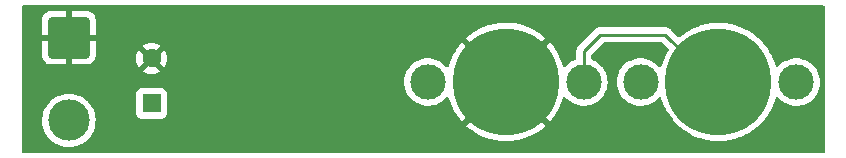
<source format=gbr>
%TF.GenerationSoftware,KiCad,Pcbnew,6.0.8-f2edbf62ab~116~ubuntu22.04.1*%
%TF.CreationDate,2022-10-15T18:03:23-07:00*%
%TF.ProjectId,syringe,73797269-6e67-4652-9e6b-696361645f70,rev?*%
%TF.SameCoordinates,Original*%
%TF.FileFunction,Copper,L2,Bot*%
%TF.FilePolarity,Positive*%
%FSLAX46Y46*%
G04 Gerber Fmt 4.6, Leading zero omitted, Abs format (unit mm)*
G04 Created by KiCad (PCBNEW 6.0.8-f2edbf62ab~116~ubuntu22.04.1) date 2022-10-15 18:03:23*
%MOMM*%
%LPD*%
G01*
G04 APERTURE LIST*
G04 Aperture macros list*
%AMRoundRect*
0 Rectangle with rounded corners*
0 $1 Rounding radius*
0 $2 $3 $4 $5 $6 $7 $8 $9 X,Y pos of 4 corners*
0 Add a 4 corners polygon primitive as box body*
4,1,4,$2,$3,$4,$5,$6,$7,$8,$9,$2,$3,0*
0 Add four circle primitives for the rounded corners*
1,1,$1+$1,$2,$3*
1,1,$1+$1,$4,$5*
1,1,$1+$1,$6,$7*
1,1,$1+$1,$8,$9*
0 Add four rect primitives between the rounded corners*
20,1,$1+$1,$2,$3,$4,$5,0*
20,1,$1+$1,$4,$5,$6,$7,0*
20,1,$1+$1,$6,$7,$8,$9,0*
20,1,$1+$1,$8,$9,$2,$3,0*%
G04 Aperture macros list end*
%TA.AperFunction,ComponentPad*%
%ADD10RoundRect,0.250002X-1.499998X1.499998X-1.499998X-1.499998X1.499998X-1.499998X1.499998X1.499998X0*%
%TD*%
%TA.AperFunction,ComponentPad*%
%ADD11C,3.500000*%
%TD*%
%TA.AperFunction,ComponentPad*%
%ADD12R,1.600000X1.600000*%
%TD*%
%TA.AperFunction,ComponentPad*%
%ADD13C,1.600000*%
%TD*%
%TA.AperFunction,ComponentPad*%
%ADD14C,3.000000*%
%TD*%
%TA.AperFunction,SMDPad,CuDef*%
%ADD15C,9.000000*%
%TD*%
%TA.AperFunction,Conductor*%
%ADD16C,0.250000*%
%TD*%
G04 APERTURE END LIST*
D10*
%TO.P,J1,1,Pin_1*%
%TO.N,GND*%
X103000000Y-103250000D03*
D11*
%TO.P,J1,2,Pin_2*%
%TO.N,Net-(U1-Pad2)*%
X103000000Y-110250000D03*
%TD*%
D12*
%TO.P,C1,1*%
%TO.N,Net-(U1-Pad2)*%
X110000000Y-108802651D03*
D13*
%TO.P,C1,2*%
%TO.N,GND*%
X110000000Y-105002651D03*
%TD*%
D14*
%TO.P,BT2,1,+*%
%TO.N,Net-(BT1-Pad2)*%
X133400000Y-107000000D03*
X146600000Y-107000000D03*
D15*
%TO.P,BT2,2,-*%
%TO.N,GND*%
X140000000Y-107000000D03*
%TD*%
D14*
%TO.P,BT1,1,+*%
%TO.N,VCC*%
X151400000Y-107000000D03*
X164600000Y-107000000D03*
D15*
%TO.P,BT1,2,-*%
%TO.N,Net-(BT1-Pad2)*%
X158000000Y-107000000D03*
%TD*%
D16*
%TO.N,Net-(BT1-Pad2)*%
X146600000Y-107000000D02*
X146600000Y-104400000D01*
X146600000Y-104400000D02*
X148000000Y-103000000D01*
X153500000Y-103000000D02*
X157500000Y-107000000D01*
X148000000Y-103000000D02*
X153500000Y-103000000D01*
%TD*%
%TA.AperFunction,Conductor*%
%TO.N,GND*%
G36*
X166942121Y-100528502D02*
G01*
X166988614Y-100582158D01*
X167000000Y-100634500D01*
X167000000Y-112865500D01*
X166979998Y-112933621D01*
X166926342Y-112980114D01*
X166874000Y-112991500D01*
X99126000Y-112991500D01*
X99057879Y-112971498D01*
X99011386Y-112917842D01*
X99000000Y-112865500D01*
X99000000Y-110250000D01*
X100736654Y-110250000D01*
X100736924Y-110254119D01*
X100753676Y-110509706D01*
X100756017Y-110545426D01*
X100756819Y-110549459D01*
X100756820Y-110549465D01*
X100812970Y-110831747D01*
X100813776Y-110835797D01*
X100908941Y-111116145D01*
X100910765Y-111119843D01*
X101012789Y-111326727D01*
X101039885Y-111381673D01*
X101042179Y-111385106D01*
X101142392Y-111535085D01*
X101204367Y-111627838D01*
X101207081Y-111630932D01*
X101207085Y-111630938D01*
X101379896Y-111827990D01*
X101399573Y-111850427D01*
X101402662Y-111853136D01*
X101619062Y-112042915D01*
X101619068Y-112042919D01*
X101622162Y-112045633D01*
X101625588Y-112047922D01*
X101625593Y-112047926D01*
X101809405Y-112170744D01*
X101868327Y-112210115D01*
X101872026Y-112211939D01*
X101872031Y-112211942D01*
X102008313Y-112279148D01*
X102133855Y-112341059D01*
X102137760Y-112342384D01*
X102137761Y-112342385D01*
X102410290Y-112434896D01*
X102410294Y-112434897D01*
X102414203Y-112436224D01*
X102418247Y-112437028D01*
X102418253Y-112437030D01*
X102700535Y-112493180D01*
X102700541Y-112493181D01*
X102704574Y-112493983D01*
X102708679Y-112494252D01*
X102708686Y-112494253D01*
X102995881Y-112513076D01*
X103000000Y-112513346D01*
X103004119Y-112513076D01*
X103291314Y-112494253D01*
X103291321Y-112494252D01*
X103295426Y-112493983D01*
X103299459Y-112493181D01*
X103299465Y-112493180D01*
X103581747Y-112437030D01*
X103581753Y-112437028D01*
X103585797Y-112436224D01*
X103589706Y-112434897D01*
X103589710Y-112434896D01*
X103862239Y-112342385D01*
X103862240Y-112342384D01*
X103866145Y-112341059D01*
X103991687Y-112279148D01*
X104127969Y-112211942D01*
X104127974Y-112211939D01*
X104131673Y-112210115D01*
X104190595Y-112170744D01*
X104374407Y-112047926D01*
X104374412Y-112047922D01*
X104377838Y-112045633D01*
X104380932Y-112042919D01*
X104380938Y-112042915D01*
X104597338Y-111853136D01*
X104600427Y-111850427D01*
X104620104Y-111827990D01*
X104792915Y-111630938D01*
X104792919Y-111630932D01*
X104795633Y-111627838D01*
X104857609Y-111535085D01*
X104957821Y-111385106D01*
X104960115Y-111381673D01*
X104987212Y-111326727D01*
X105089235Y-111119843D01*
X105091059Y-111116145D01*
X105186224Y-110835797D01*
X105187030Y-110831747D01*
X105209671Y-110717924D01*
X136647616Y-110717924D01*
X136647665Y-110718616D01*
X136653111Y-110726781D01*
X136742226Y-110810027D01*
X136746503Y-110813681D01*
X137093829Y-111084553D01*
X137098386Y-111087792D01*
X137468432Y-111326727D01*
X137473261Y-111329549D01*
X137863048Y-111534626D01*
X137868150Y-111537027D01*
X138274633Y-111706647D01*
X138279888Y-111708570D01*
X138699860Y-111841389D01*
X138705259Y-111842836D01*
X139135375Y-111937796D01*
X139140886Y-111938758D01*
X139577749Y-111995110D01*
X139583312Y-111995577D01*
X140023453Y-112012869D01*
X140029045Y-112012840D01*
X140468965Y-111990940D01*
X140474548Y-111990412D01*
X140910788Y-111929490D01*
X140916275Y-111928473D01*
X141345381Y-111829012D01*
X141350767Y-111827508D01*
X141769333Y-111690296D01*
X141774550Y-111688324D01*
X142179260Y-111514447D01*
X142184303Y-111512009D01*
X142571943Y-111302850D01*
X142576747Y-111299975D01*
X142944239Y-111057198D01*
X142948802Y-111053883D01*
X143293266Y-110779393D01*
X143297481Y-110775716D01*
X143345286Y-110730112D01*
X143353226Y-110716352D01*
X143353176Y-110715307D01*
X143348285Y-110707495D01*
X140012812Y-107372022D01*
X139998868Y-107364408D01*
X139997035Y-107364539D01*
X139990420Y-107368790D01*
X136655230Y-110703980D01*
X136647616Y-110717924D01*
X105209671Y-110717924D01*
X105243180Y-110549465D01*
X105243181Y-110549459D01*
X105243983Y-110545426D01*
X105246325Y-110509706D01*
X105263076Y-110254119D01*
X105263346Y-110250000D01*
X105258462Y-110175485D01*
X105244253Y-109958686D01*
X105244252Y-109958679D01*
X105243983Y-109954574D01*
X105221382Y-109840948D01*
X105187030Y-109668253D01*
X105187028Y-109668247D01*
X105186224Y-109664203D01*
X105182823Y-109654182D01*
X105181670Y-109650785D01*
X108691500Y-109650785D01*
X108698255Y-109712967D01*
X108749385Y-109849356D01*
X108836739Y-109965912D01*
X108953295Y-110053266D01*
X109089684Y-110104396D01*
X109151866Y-110111151D01*
X110848134Y-110111151D01*
X110910316Y-110104396D01*
X111046705Y-110053266D01*
X111163261Y-109965912D01*
X111250615Y-109849356D01*
X111301745Y-109712967D01*
X111308500Y-109650785D01*
X111308500Y-107954517D01*
X111301745Y-107892335D01*
X111250615Y-107755946D01*
X111163261Y-107639390D01*
X111046705Y-107552036D01*
X110910316Y-107500906D01*
X110848134Y-107494151D01*
X109151866Y-107494151D01*
X109089684Y-107500906D01*
X108953295Y-107552036D01*
X108836739Y-107639390D01*
X108749385Y-107755946D01*
X108698255Y-107892335D01*
X108691500Y-107954517D01*
X108691500Y-109650785D01*
X105181670Y-109650785D01*
X105092385Y-109387761D01*
X105092384Y-109387760D01*
X105091059Y-109383855D01*
X104960115Y-109118327D01*
X104875118Y-108991120D01*
X104797926Y-108875593D01*
X104797922Y-108875588D01*
X104795633Y-108872162D01*
X104792919Y-108869068D01*
X104792915Y-108869062D01*
X104603136Y-108652662D01*
X104600427Y-108649573D01*
X104568181Y-108621294D01*
X104380938Y-108457085D01*
X104380932Y-108457081D01*
X104377838Y-108454367D01*
X104374412Y-108452078D01*
X104374407Y-108452074D01*
X104150566Y-108302509D01*
X104131673Y-108289885D01*
X104127974Y-108288061D01*
X104127969Y-108288058D01*
X103941088Y-108195899D01*
X103866145Y-108158941D01*
X103862239Y-108157615D01*
X103589710Y-108065104D01*
X103589706Y-108065103D01*
X103585797Y-108063776D01*
X103581753Y-108062972D01*
X103581747Y-108062970D01*
X103299465Y-108006820D01*
X103299459Y-108006819D01*
X103295426Y-108006017D01*
X103291321Y-108005748D01*
X103291314Y-108005747D01*
X103004119Y-107986924D01*
X103000000Y-107986654D01*
X102995881Y-107986924D01*
X102708686Y-108005747D01*
X102708679Y-108005748D01*
X102704574Y-108006017D01*
X102700541Y-108006819D01*
X102700535Y-108006820D01*
X102418253Y-108062970D01*
X102418247Y-108062972D01*
X102414203Y-108063776D01*
X102410294Y-108065103D01*
X102410290Y-108065104D01*
X102137761Y-108157615D01*
X102133855Y-108158941D01*
X102058912Y-108195899D01*
X101872031Y-108288058D01*
X101872026Y-108288061D01*
X101868327Y-108289885D01*
X101849434Y-108302509D01*
X101625593Y-108452074D01*
X101625588Y-108452078D01*
X101622162Y-108454367D01*
X101619068Y-108457081D01*
X101619062Y-108457085D01*
X101431819Y-108621294D01*
X101399573Y-108649573D01*
X101396864Y-108652662D01*
X101207085Y-108869062D01*
X101207081Y-108869068D01*
X101204367Y-108872162D01*
X101202078Y-108875588D01*
X101202074Y-108875593D01*
X101124882Y-108991120D01*
X101039885Y-109118327D01*
X100908941Y-109383855D01*
X100907616Y-109387760D01*
X100907615Y-109387761D01*
X100817178Y-109654182D01*
X100813776Y-109664203D01*
X100812972Y-109668247D01*
X100812970Y-109668253D01*
X100778619Y-109840948D01*
X100756017Y-109954574D01*
X100755748Y-109958679D01*
X100755747Y-109958686D01*
X100741538Y-110175485D01*
X100736654Y-110250000D01*
X99000000Y-110250000D01*
X99000000Y-106978918D01*
X131386917Y-106978918D01*
X131402682Y-107252320D01*
X131403507Y-107256525D01*
X131403508Y-107256533D01*
X131424698Y-107364539D01*
X131455405Y-107521053D01*
X131456792Y-107525103D01*
X131456793Y-107525108D01*
X131535827Y-107755946D01*
X131544112Y-107780144D01*
X131546039Y-107783975D01*
X131658118Y-108006820D01*
X131667160Y-108024799D01*
X131669586Y-108028328D01*
X131669589Y-108028334D01*
X131760607Y-108160765D01*
X131822274Y-108250490D01*
X131825161Y-108253663D01*
X131825162Y-108253664D01*
X131855384Y-108286878D01*
X132006582Y-108453043D01*
X132216675Y-108628707D01*
X132220316Y-108630991D01*
X132445024Y-108771951D01*
X132445028Y-108771953D01*
X132448664Y-108774234D01*
X132516544Y-108804883D01*
X132694345Y-108885164D01*
X132694349Y-108885166D01*
X132698257Y-108886930D01*
X132702377Y-108888150D01*
X132702376Y-108888150D01*
X132956723Y-108963491D01*
X132956727Y-108963492D01*
X132960836Y-108964709D01*
X132965070Y-108965357D01*
X132965075Y-108965358D01*
X133227298Y-109005483D01*
X133227300Y-109005483D01*
X133231540Y-109006132D01*
X133370912Y-109008322D01*
X133501071Y-109010367D01*
X133501077Y-109010367D01*
X133505362Y-109010434D01*
X133777235Y-108977534D01*
X134042127Y-108908041D01*
X134046087Y-108906401D01*
X134046092Y-108906399D01*
X134168632Y-108855641D01*
X134295136Y-108803241D01*
X134531582Y-108665073D01*
X134747089Y-108496094D01*
X134784892Y-108457085D01*
X134934686Y-108302509D01*
X134937669Y-108299431D01*
X134940205Y-108295979D01*
X134940209Y-108295974D01*
X134947259Y-108286376D01*
X135003707Y-108243316D01*
X135074474Y-108237610D01*
X135137092Y-108271069D01*
X135169711Y-108325498D01*
X135256437Y-108621118D01*
X135258250Y-108626413D01*
X135419326Y-109036377D01*
X135421608Y-109041501D01*
X135618485Y-109435516D01*
X135621209Y-109440409D01*
X135852333Y-109815363D01*
X135855484Y-109819999D01*
X136119031Y-110172931D01*
X136122564Y-110177248D01*
X136271583Y-110343625D01*
X136285079Y-110351989D01*
X136294491Y-110346299D01*
X139627978Y-107012812D01*
X139634356Y-107001132D01*
X140364408Y-107001132D01*
X140364539Y-107002965D01*
X140368790Y-107009580D01*
X143703870Y-110344660D01*
X143717631Y-110352174D01*
X143726992Y-110345716D01*
X143910483Y-110136482D01*
X143913988Y-110132109D01*
X144173825Y-109776435D01*
X144176920Y-109771777D01*
X144404101Y-109394431D01*
X144406782Y-109389492D01*
X144599515Y-108993455D01*
X144601750Y-108988289D01*
X144758519Y-108576675D01*
X144760275Y-108571363D01*
X144829713Y-108325157D01*
X144867455Y-108265024D01*
X144931716Y-108234841D01*
X145002094Y-108244191D01*
X145044176Y-108274560D01*
X145206582Y-108453043D01*
X145416675Y-108628707D01*
X145420316Y-108630991D01*
X145645024Y-108771951D01*
X145645028Y-108771953D01*
X145648664Y-108774234D01*
X145716544Y-108804883D01*
X145894345Y-108885164D01*
X145894349Y-108885166D01*
X145898257Y-108886930D01*
X145902377Y-108888150D01*
X145902376Y-108888150D01*
X146156723Y-108963491D01*
X146156727Y-108963492D01*
X146160836Y-108964709D01*
X146165070Y-108965357D01*
X146165075Y-108965358D01*
X146427298Y-109005483D01*
X146427300Y-109005483D01*
X146431540Y-109006132D01*
X146570912Y-109008322D01*
X146701071Y-109010367D01*
X146701077Y-109010367D01*
X146705362Y-109010434D01*
X146977235Y-108977534D01*
X147242127Y-108908041D01*
X147246087Y-108906401D01*
X147246092Y-108906399D01*
X147368632Y-108855641D01*
X147495136Y-108803241D01*
X147731582Y-108665073D01*
X147947089Y-108496094D01*
X147984892Y-108457085D01*
X148134686Y-108302509D01*
X148137669Y-108299431D01*
X148140203Y-108295981D01*
X148140206Y-108295978D01*
X148297257Y-108082178D01*
X148299795Y-108078723D01*
X148327154Y-108028334D01*
X148428418Y-107841830D01*
X148428419Y-107841828D01*
X148430468Y-107838054D01*
X148527269Y-107581877D01*
X148588407Y-107314933D01*
X148612751Y-107042161D01*
X148613193Y-107000000D01*
X148594567Y-106726778D01*
X148539032Y-106458612D01*
X148447617Y-106200465D01*
X148322013Y-105957112D01*
X148312040Y-105942921D01*
X148179958Y-105754988D01*
X148164545Y-105733057D01*
X147995298Y-105550925D01*
X147981046Y-105535588D01*
X147981043Y-105535585D01*
X147978125Y-105532445D01*
X147974810Y-105529731D01*
X147974806Y-105529728D01*
X147769523Y-105361706D01*
X147766205Y-105358990D01*
X147532704Y-105215901D01*
X147528768Y-105214173D01*
X147308854Y-105117637D01*
X147254519Y-105071941D01*
X147233500Y-105002264D01*
X147233500Y-104714594D01*
X147253502Y-104646473D01*
X147270401Y-104625503D01*
X148225502Y-103670403D01*
X148287812Y-103636379D01*
X148314595Y-103633500D01*
X153185406Y-103633500D01*
X153253527Y-103653502D01*
X153274501Y-103670405D01*
X153755036Y-104150940D01*
X153789062Y-104213252D01*
X153783997Y-104284067D01*
X153769594Y-104311674D01*
X153752914Y-104335808D01*
X153532896Y-104723897D01*
X153531737Y-104726446D01*
X153531735Y-104726450D01*
X153349405Y-105127462D01*
X153349400Y-105127473D01*
X153348248Y-105130008D01*
X153347326Y-105132634D01*
X153347321Y-105132646D01*
X153266882Y-105361706D01*
X153200433Y-105550925D01*
X153199742Y-105553645D01*
X153199741Y-105553649D01*
X153170420Y-105669102D01*
X153134265Y-105730203D01*
X153070816Y-105762058D01*
X153000218Y-105754553D01*
X152955997Y-105723858D01*
X152781046Y-105535588D01*
X152781043Y-105535585D01*
X152778125Y-105532445D01*
X152774810Y-105529731D01*
X152774806Y-105529728D01*
X152569523Y-105361706D01*
X152566205Y-105358990D01*
X152332704Y-105215901D01*
X152328768Y-105214173D01*
X152085873Y-105107549D01*
X152085869Y-105107548D01*
X152081945Y-105105825D01*
X151818566Y-105030800D01*
X151814324Y-105030196D01*
X151814318Y-105030195D01*
X151582314Y-104997176D01*
X151547443Y-104992213D01*
X151403589Y-104991460D01*
X151277877Y-104990802D01*
X151277871Y-104990802D01*
X151273591Y-104990780D01*
X151269347Y-104991339D01*
X151269343Y-104991339D01*
X151192019Y-105001519D01*
X151002078Y-105026525D01*
X150997938Y-105027658D01*
X150997936Y-105027658D01*
X150925008Y-105047609D01*
X150737928Y-105098788D01*
X150733980Y-105100472D01*
X150489982Y-105204546D01*
X150489978Y-105204548D01*
X150486030Y-105206232D01*
X150436353Y-105235963D01*
X150254725Y-105344664D01*
X150254721Y-105344667D01*
X150251043Y-105346868D01*
X150037318Y-105518094D01*
X149848808Y-105716742D01*
X149689002Y-105939136D01*
X149560857Y-106181161D01*
X149559385Y-106185184D01*
X149559383Y-106185188D01*
X149552314Y-106204506D01*
X149466743Y-106438337D01*
X149408404Y-106705907D01*
X149386917Y-106978918D01*
X149402682Y-107252320D01*
X149403507Y-107256525D01*
X149403508Y-107256533D01*
X149424698Y-107364539D01*
X149455405Y-107521053D01*
X149456792Y-107525103D01*
X149456793Y-107525108D01*
X149535827Y-107755946D01*
X149544112Y-107780144D01*
X149546039Y-107783975D01*
X149658118Y-108006820D01*
X149667160Y-108024799D01*
X149669586Y-108028328D01*
X149669589Y-108028334D01*
X149760607Y-108160765D01*
X149822274Y-108250490D01*
X149825161Y-108253663D01*
X149825162Y-108253664D01*
X149855384Y-108286878D01*
X150006582Y-108453043D01*
X150216675Y-108628707D01*
X150220316Y-108630991D01*
X150445024Y-108771951D01*
X150445028Y-108771953D01*
X150448664Y-108774234D01*
X150516544Y-108804883D01*
X150694345Y-108885164D01*
X150694349Y-108885166D01*
X150698257Y-108886930D01*
X150702377Y-108888150D01*
X150702376Y-108888150D01*
X150956723Y-108963491D01*
X150956727Y-108963492D01*
X150960836Y-108964709D01*
X150965070Y-108965357D01*
X150965075Y-108965358D01*
X151227298Y-109005483D01*
X151227300Y-109005483D01*
X151231540Y-109006132D01*
X151370912Y-109008322D01*
X151501071Y-109010367D01*
X151501077Y-109010367D01*
X151505362Y-109010434D01*
X151777235Y-108977534D01*
X152042127Y-108908041D01*
X152046087Y-108906401D01*
X152046092Y-108906399D01*
X152168632Y-108855641D01*
X152295136Y-108803241D01*
X152531582Y-108665073D01*
X152747089Y-108496094D01*
X152784892Y-108457085D01*
X152934686Y-108302509D01*
X152937669Y-108299431D01*
X152946890Y-108286878D01*
X153003340Y-108243821D01*
X153074107Y-108238117D01*
X153136724Y-108271578D01*
X153169341Y-108326005D01*
X153255918Y-108621118D01*
X153256756Y-108623976D01*
X153257776Y-108626572D01*
X153257777Y-108626575D01*
X153408570Y-109010367D01*
X153419896Y-109039194D01*
X153519799Y-109239132D01*
X153590266Y-109380157D01*
X153619301Y-109438266D01*
X153853392Y-109818032D01*
X154120315Y-110175485D01*
X154122176Y-110177563D01*
X154122177Y-110177564D01*
X154278571Y-110352174D01*
X154417957Y-110507796D01*
X154419994Y-110509699D01*
X154420001Y-110509706D01*
X154462563Y-110549465D01*
X154743961Y-110812332D01*
X155095746Y-111086682D01*
X155256588Y-111190536D01*
X155468183Y-111327162D01*
X155468191Y-111327167D01*
X155470527Y-111328675D01*
X155865335Y-111536394D01*
X155867928Y-111537476D01*
X156274462Y-111707116D01*
X156274467Y-111707118D01*
X156277046Y-111708194D01*
X156279711Y-111709037D01*
X156279717Y-111709039D01*
X156511317Y-111782284D01*
X156702398Y-111842715D01*
X156705128Y-111843318D01*
X156705129Y-111843318D01*
X157097664Y-111929982D01*
X157138025Y-111938893D01*
X157140799Y-111939251D01*
X157140800Y-111939251D01*
X157577707Y-111995608D01*
X157577714Y-111995609D01*
X157580477Y-111995965D01*
X157583264Y-111996075D01*
X157583270Y-111996075D01*
X157841519Y-112006221D01*
X158026251Y-112013479D01*
X158029043Y-112013340D01*
X158029048Y-112013340D01*
X158469013Y-111991438D01*
X158469022Y-111991437D01*
X158471817Y-111991298D01*
X158474594Y-111990910D01*
X158474596Y-111990910D01*
X158552542Y-111980025D01*
X158913647Y-111929596D01*
X158916357Y-111928968D01*
X158916367Y-111928966D01*
X159345515Y-111829494D01*
X159348242Y-111828862D01*
X159570990Y-111755842D01*
X159769510Y-111690764D01*
X159769516Y-111690762D01*
X159772163Y-111689894D01*
X160132489Y-111535085D01*
X160179478Y-111514897D01*
X160179480Y-111514896D01*
X160182052Y-111513791D01*
X160574664Y-111301950D01*
X160946890Y-111056046D01*
X161295782Y-110778026D01*
X161618580Y-110470093D01*
X161833168Y-110225402D01*
X161910874Y-110136795D01*
X161910877Y-110136791D01*
X161912725Y-110134684D01*
X161914607Y-110132109D01*
X162174242Y-109776712D01*
X162175891Y-109774455D01*
X162177337Y-109772054D01*
X162404541Y-109394669D01*
X162404546Y-109394660D01*
X162405992Y-109392258D01*
X162591808Y-109010434D01*
X162599974Y-108993654D01*
X162599975Y-108993651D01*
X162601207Y-108991120D01*
X162730113Y-108652662D01*
X162758994Y-108576832D01*
X162758996Y-108576825D01*
X162759990Y-108574216D01*
X162830110Y-108325592D01*
X162867850Y-108265460D01*
X162932112Y-108235277D01*
X163002490Y-108244627D01*
X163044572Y-108274996D01*
X163090612Y-108325593D01*
X163206582Y-108453043D01*
X163416675Y-108628707D01*
X163420316Y-108630991D01*
X163645024Y-108771951D01*
X163645028Y-108771953D01*
X163648664Y-108774234D01*
X163716544Y-108804883D01*
X163894345Y-108885164D01*
X163894349Y-108885166D01*
X163898257Y-108886930D01*
X163902377Y-108888150D01*
X163902376Y-108888150D01*
X164156723Y-108963491D01*
X164156727Y-108963492D01*
X164160836Y-108964709D01*
X164165070Y-108965357D01*
X164165075Y-108965358D01*
X164427298Y-109005483D01*
X164427300Y-109005483D01*
X164431540Y-109006132D01*
X164570912Y-109008322D01*
X164701071Y-109010367D01*
X164701077Y-109010367D01*
X164705362Y-109010434D01*
X164977235Y-108977534D01*
X165242127Y-108908041D01*
X165246087Y-108906401D01*
X165246092Y-108906399D01*
X165368632Y-108855641D01*
X165495136Y-108803241D01*
X165731582Y-108665073D01*
X165947089Y-108496094D01*
X165984892Y-108457085D01*
X166134686Y-108302509D01*
X166137669Y-108299431D01*
X166140203Y-108295981D01*
X166140206Y-108295978D01*
X166297257Y-108082178D01*
X166299795Y-108078723D01*
X166327154Y-108028334D01*
X166428418Y-107841830D01*
X166428419Y-107841828D01*
X166430468Y-107838054D01*
X166527269Y-107581877D01*
X166588407Y-107314933D01*
X166612751Y-107042161D01*
X166613193Y-107000000D01*
X166594567Y-106726778D01*
X166539032Y-106458612D01*
X166447617Y-106200465D01*
X166322013Y-105957112D01*
X166312040Y-105942921D01*
X166179958Y-105754988D01*
X166164545Y-105733057D01*
X165995298Y-105550925D01*
X165981046Y-105535588D01*
X165981043Y-105535585D01*
X165978125Y-105532445D01*
X165974810Y-105529731D01*
X165974806Y-105529728D01*
X165769523Y-105361706D01*
X165766205Y-105358990D01*
X165532704Y-105215901D01*
X165528768Y-105214173D01*
X165285873Y-105107549D01*
X165285869Y-105107548D01*
X165281945Y-105105825D01*
X165018566Y-105030800D01*
X165014324Y-105030196D01*
X165014318Y-105030195D01*
X164782314Y-104997176D01*
X164747443Y-104992213D01*
X164603589Y-104991460D01*
X164477877Y-104990802D01*
X164477871Y-104990802D01*
X164473591Y-104990780D01*
X164469347Y-104991339D01*
X164469343Y-104991339D01*
X164392019Y-105001519D01*
X164202078Y-105026525D01*
X164197938Y-105027658D01*
X164197936Y-105027658D01*
X164125008Y-105047609D01*
X163937928Y-105098788D01*
X163933980Y-105100472D01*
X163689982Y-105204546D01*
X163689978Y-105204548D01*
X163686030Y-105206232D01*
X163636353Y-105235963D01*
X163454725Y-105344664D01*
X163454721Y-105344667D01*
X163451043Y-105346868D01*
X163237318Y-105518094D01*
X163048808Y-105716742D01*
X163048249Y-105716211D01*
X162992531Y-105753838D01*
X162921553Y-105755454D01*
X162860968Y-105718440D01*
X162834355Y-105672403D01*
X162833433Y-105669538D01*
X162699108Y-105252417D01*
X162687571Y-105225170D01*
X162526245Y-104844186D01*
X162526245Y-104844185D01*
X162525155Y-104841612D01*
X162504908Y-104803612D01*
X162316679Y-104450351D01*
X162315371Y-104447896D01*
X162252176Y-104351140D01*
X162072944Y-104076721D01*
X162072941Y-104076717D01*
X162071420Y-104074388D01*
X162046230Y-104042434D01*
X161796960Y-103726237D01*
X161796958Y-103726235D01*
X161795231Y-103724044D01*
X161488992Y-103399639D01*
X161356829Y-103282505D01*
X161157234Y-103105607D01*
X161157227Y-103105602D01*
X161155128Y-103103741D01*
X160796282Y-102838694D01*
X160595449Y-102716345D01*
X160417684Y-102608049D01*
X160417677Y-102608045D01*
X160415295Y-102606594D01*
X160404970Y-102601502D01*
X160176514Y-102488841D01*
X160015184Y-102409282D01*
X159599118Y-102248318D01*
X159596414Y-102247540D01*
X159173071Y-102125748D01*
X159173065Y-102125746D01*
X159170390Y-102124977D01*
X159167653Y-102124448D01*
X159167647Y-102124446D01*
X159016581Y-102095219D01*
X158732394Y-102040236D01*
X158729617Y-102039951D01*
X158729607Y-102039950D01*
X158454789Y-102011793D01*
X158288600Y-101994765D01*
X158285810Y-101994728D01*
X158285802Y-101994728D01*
X158007276Y-101991083D01*
X157842521Y-101988926D01*
X157839721Y-101989139D01*
X157839720Y-101989139D01*
X157400475Y-102022551D01*
X157397688Y-102022763D01*
X156957625Y-102096010D01*
X156953021Y-102097205D01*
X156528533Y-102207380D01*
X156528522Y-102207383D01*
X156525815Y-102208086D01*
X156257441Y-102303913D01*
X156108320Y-102357159D01*
X156108315Y-102357161D01*
X156105677Y-102358103D01*
X156103137Y-102359274D01*
X156103132Y-102359276D01*
X155995854Y-102408732D01*
X155700538Y-102544875D01*
X155698115Y-102546265D01*
X155698112Y-102546267D01*
X155515059Y-102651315D01*
X155313607Y-102766921D01*
X155311315Y-102768523D01*
X155311307Y-102768528D01*
X154992243Y-102991525D01*
X154947945Y-103022485D01*
X154748692Y-103189975D01*
X154683678Y-103218495D01*
X154613563Y-103207339D01*
X154578523Y-103182618D01*
X154003652Y-102607747D01*
X153996112Y-102599461D01*
X153992000Y-102592982D01*
X153942348Y-102546356D01*
X153939507Y-102543602D01*
X153919770Y-102523865D01*
X153916573Y-102521385D01*
X153907551Y-102513680D01*
X153894122Y-102501069D01*
X153875321Y-102483414D01*
X153868375Y-102479595D01*
X153868372Y-102479593D01*
X153857566Y-102473652D01*
X153841047Y-102462801D01*
X153840583Y-102462441D01*
X153825041Y-102450386D01*
X153817772Y-102447241D01*
X153817768Y-102447238D01*
X153784463Y-102432826D01*
X153773813Y-102427609D01*
X153735060Y-102406305D01*
X153715437Y-102401267D01*
X153696734Y-102394863D01*
X153685420Y-102389967D01*
X153685419Y-102389967D01*
X153678145Y-102386819D01*
X153670322Y-102385580D01*
X153670312Y-102385577D01*
X153634476Y-102379901D01*
X153622856Y-102377495D01*
X153587711Y-102368472D01*
X153587710Y-102368472D01*
X153580030Y-102366500D01*
X153559776Y-102366500D01*
X153540065Y-102364949D01*
X153527886Y-102363020D01*
X153520057Y-102361780D01*
X153490786Y-102364547D01*
X153476039Y-102365941D01*
X153464181Y-102366500D01*
X148078767Y-102366500D01*
X148067584Y-102365973D01*
X148060091Y-102364298D01*
X148052165Y-102364547D01*
X148052164Y-102364547D01*
X147992014Y-102366438D01*
X147988055Y-102366500D01*
X147960144Y-102366500D01*
X147956210Y-102366997D01*
X147956209Y-102366997D01*
X147956144Y-102367005D01*
X147944307Y-102367938D01*
X147912049Y-102368952D01*
X147908030Y-102369078D01*
X147900111Y-102369327D01*
X147880657Y-102374979D01*
X147861300Y-102378987D01*
X147849070Y-102380532D01*
X147849069Y-102380532D01*
X147841203Y-102381526D01*
X147833832Y-102384445D01*
X147833830Y-102384445D01*
X147800088Y-102397804D01*
X147788858Y-102401649D01*
X147754017Y-102411771D01*
X147754016Y-102411771D01*
X147746407Y-102413982D01*
X147739588Y-102418015D01*
X147739583Y-102418017D01*
X147728972Y-102424293D01*
X147711224Y-102432988D01*
X147692383Y-102440448D01*
X147685967Y-102445110D01*
X147685966Y-102445110D01*
X147656613Y-102466436D01*
X147646693Y-102472952D01*
X147615465Y-102491420D01*
X147615462Y-102491422D01*
X147608638Y-102495458D01*
X147594317Y-102509779D01*
X147579284Y-102522619D01*
X147562893Y-102534528D01*
X147534702Y-102568605D01*
X147526712Y-102577384D01*
X146207747Y-103896348D01*
X146199461Y-103903888D01*
X146192982Y-103908000D01*
X146187557Y-103913777D01*
X146146357Y-103957651D01*
X146143602Y-103960493D01*
X146123865Y-103980230D01*
X146121385Y-103983427D01*
X146113682Y-103992447D01*
X146083414Y-104024679D01*
X146079595Y-104031625D01*
X146079593Y-104031628D01*
X146073652Y-104042434D01*
X146062801Y-104058953D01*
X146050386Y-104074959D01*
X146047241Y-104082228D01*
X146047238Y-104082232D01*
X146032826Y-104115537D01*
X146027609Y-104126187D01*
X146006305Y-104164940D01*
X146004334Y-104172615D01*
X146004334Y-104172616D01*
X146001267Y-104184562D01*
X145994863Y-104203266D01*
X145986819Y-104221855D01*
X145985580Y-104229678D01*
X145985577Y-104229688D01*
X145979901Y-104265524D01*
X145977495Y-104277144D01*
X145968630Y-104311674D01*
X145966500Y-104319970D01*
X145966500Y-104340224D01*
X145964949Y-104359934D01*
X145961780Y-104379943D01*
X145962526Y-104387835D01*
X145965941Y-104423961D01*
X145966500Y-104435819D01*
X145966500Y-105003362D01*
X145946498Y-105071483D01*
X145889935Y-105119259D01*
X145858132Y-105132824D01*
X145689982Y-105204546D01*
X145689978Y-105204548D01*
X145686030Y-105206232D01*
X145636353Y-105235963D01*
X145454725Y-105344664D01*
X145454721Y-105344667D01*
X145451043Y-105346868D01*
X145237318Y-105518094D01*
X145048808Y-105716742D01*
X145048371Y-105716327D01*
X144992159Y-105754292D01*
X144921181Y-105755911D01*
X144860595Y-105718900D01*
X144833978Y-105672859D01*
X144699499Y-105255261D01*
X144697544Y-105250003D01*
X144525801Y-104844419D01*
X144523382Y-104839348D01*
X144316253Y-104450614D01*
X144313418Y-104445819D01*
X144072538Y-104077013D01*
X144069287Y-104072489D01*
X143796582Y-103726564D01*
X143792934Y-103722338D01*
X143729587Y-103655233D01*
X143715871Y-103647222D01*
X143715000Y-103647259D01*
X143706923Y-103652287D01*
X140372022Y-106987188D01*
X140364408Y-107001132D01*
X139634356Y-107001132D01*
X139635592Y-106998868D01*
X139635461Y-106997035D01*
X139631210Y-106990420D01*
X136293542Y-103652752D01*
X136280234Y-103645485D01*
X136270195Y-103652607D01*
X136008756Y-103966953D01*
X136005361Y-103971425D01*
X135754932Y-104333765D01*
X135751953Y-104338515D01*
X135534719Y-104721695D01*
X135532188Y-104726662D01*
X135349866Y-105127656D01*
X135347788Y-105132824D01*
X135201840Y-105548426D01*
X135200221Y-105553790D01*
X135170824Y-105669538D01*
X135134669Y-105730639D01*
X135071220Y-105762493D01*
X135000621Y-105754988D01*
X134956401Y-105724293D01*
X134781046Y-105535588D01*
X134781043Y-105535585D01*
X134778125Y-105532445D01*
X134774810Y-105529731D01*
X134774806Y-105529728D01*
X134569523Y-105361706D01*
X134566205Y-105358990D01*
X134332704Y-105215901D01*
X134328768Y-105214173D01*
X134085873Y-105107549D01*
X134085869Y-105107548D01*
X134081945Y-105105825D01*
X133818566Y-105030800D01*
X133814324Y-105030196D01*
X133814318Y-105030195D01*
X133582314Y-104997176D01*
X133547443Y-104992213D01*
X133403589Y-104991460D01*
X133277877Y-104990802D01*
X133277871Y-104990802D01*
X133273591Y-104990780D01*
X133269347Y-104991339D01*
X133269343Y-104991339D01*
X133192019Y-105001519D01*
X133002078Y-105026525D01*
X132997938Y-105027658D01*
X132997936Y-105027658D01*
X132925008Y-105047609D01*
X132737928Y-105098788D01*
X132733980Y-105100472D01*
X132489982Y-105204546D01*
X132489978Y-105204548D01*
X132486030Y-105206232D01*
X132436353Y-105235963D01*
X132254725Y-105344664D01*
X132254721Y-105344667D01*
X132251043Y-105346868D01*
X132037318Y-105518094D01*
X131848808Y-105716742D01*
X131689002Y-105939136D01*
X131560857Y-106181161D01*
X131559385Y-106185184D01*
X131559383Y-106185188D01*
X131552314Y-106204506D01*
X131466743Y-106438337D01*
X131408404Y-106705907D01*
X131386917Y-106978918D01*
X99000000Y-106978918D01*
X99000000Y-106088713D01*
X109278493Y-106088713D01*
X109287789Y-106100728D01*
X109338994Y-106136582D01*
X109348489Y-106142065D01*
X109545947Y-106234141D01*
X109556239Y-106237887D01*
X109766688Y-106294276D01*
X109777481Y-106296179D01*
X109994525Y-106315168D01*
X110005475Y-106315168D01*
X110222519Y-106296179D01*
X110233312Y-106294276D01*
X110443761Y-106237887D01*
X110454053Y-106234141D01*
X110651511Y-106142065D01*
X110661006Y-106136582D01*
X110713048Y-106100142D01*
X110721424Y-106089663D01*
X110714356Y-106076217D01*
X110012812Y-105374673D01*
X109998868Y-105367059D01*
X109997035Y-105367190D01*
X109990420Y-105371441D01*
X109284923Y-106076938D01*
X109278493Y-106088713D01*
X99000000Y-106088713D01*
X99000000Y-104797093D01*
X100742001Y-104797093D01*
X100742338Y-104803612D01*
X100752257Y-104899205D01*
X100755149Y-104912599D01*
X100806588Y-105066783D01*
X100812761Y-105079961D01*
X100898063Y-105217806D01*
X100907099Y-105229207D01*
X101021830Y-105343739D01*
X101033241Y-105352751D01*
X101171244Y-105437816D01*
X101184425Y-105443963D01*
X101338711Y-105495138D01*
X101352087Y-105498005D01*
X101446440Y-105507672D01*
X101452856Y-105508000D01*
X102727885Y-105508000D01*
X102743124Y-105503525D01*
X102744329Y-105502135D01*
X102746000Y-105494452D01*
X102746000Y-105489884D01*
X103254000Y-105489884D01*
X103258475Y-105505123D01*
X103259865Y-105506328D01*
X103267548Y-105507999D01*
X104547093Y-105507999D01*
X104553612Y-105507662D01*
X104649205Y-105497743D01*
X104662599Y-105494851D01*
X104816783Y-105443412D01*
X104829961Y-105437239D01*
X104967806Y-105351937D01*
X104979207Y-105342901D01*
X105093739Y-105228170D01*
X105102751Y-105216759D01*
X105187816Y-105078756D01*
X105193963Y-105065575D01*
X105213018Y-105008126D01*
X108687483Y-105008126D01*
X108706472Y-105225170D01*
X108708375Y-105235963D01*
X108764764Y-105446412D01*
X108768510Y-105456704D01*
X108860586Y-105654162D01*
X108866069Y-105663657D01*
X108902509Y-105715699D01*
X108912988Y-105724075D01*
X108926434Y-105717007D01*
X109627978Y-105015463D01*
X109634356Y-105003783D01*
X110364408Y-105003783D01*
X110364539Y-105005616D01*
X110368790Y-105012231D01*
X111074287Y-105717728D01*
X111086062Y-105724158D01*
X111098077Y-105714862D01*
X111133931Y-105663657D01*
X111139414Y-105654162D01*
X111231490Y-105456704D01*
X111235236Y-105446412D01*
X111291625Y-105235963D01*
X111293528Y-105225170D01*
X111312517Y-105008126D01*
X111312517Y-104997176D01*
X111293528Y-104780132D01*
X111291625Y-104769339D01*
X111235236Y-104558890D01*
X111231490Y-104548598D01*
X111139414Y-104351140D01*
X111133931Y-104341645D01*
X111097491Y-104289603D01*
X111087012Y-104281227D01*
X111073566Y-104288295D01*
X110372022Y-104989839D01*
X110364408Y-105003783D01*
X109634356Y-105003783D01*
X109635592Y-105001519D01*
X109635461Y-104999686D01*
X109631210Y-104993071D01*
X108925713Y-104287574D01*
X108913938Y-104281144D01*
X108901923Y-104290440D01*
X108866069Y-104341645D01*
X108860586Y-104351140D01*
X108768510Y-104548598D01*
X108764764Y-104558890D01*
X108708375Y-104769339D01*
X108706472Y-104780132D01*
X108687483Y-104997176D01*
X108687483Y-105008126D01*
X105213018Y-105008126D01*
X105245138Y-104911289D01*
X105248005Y-104897913D01*
X105257672Y-104803560D01*
X105258000Y-104797143D01*
X105258000Y-103915639D01*
X109278576Y-103915639D01*
X109285644Y-103929085D01*
X109987188Y-104630629D01*
X110001132Y-104638243D01*
X110002965Y-104638112D01*
X110009580Y-104633861D01*
X110715077Y-103928364D01*
X110721507Y-103916589D01*
X110712211Y-103904574D01*
X110661006Y-103868720D01*
X110651511Y-103863237D01*
X110454053Y-103771161D01*
X110443761Y-103767415D01*
X110233312Y-103711026D01*
X110222519Y-103709123D01*
X110005475Y-103690134D01*
X109994525Y-103690134D01*
X109777481Y-103709123D01*
X109766688Y-103711026D01*
X109556239Y-103767415D01*
X109545947Y-103771161D01*
X109348489Y-103863237D01*
X109338994Y-103868720D01*
X109286952Y-103905160D01*
X109278576Y-103915639D01*
X105258000Y-103915639D01*
X105258000Y-103522115D01*
X105253525Y-103506876D01*
X105252135Y-103505671D01*
X105244452Y-103504000D01*
X103272115Y-103504000D01*
X103256876Y-103508475D01*
X103255671Y-103509865D01*
X103254000Y-103517548D01*
X103254000Y-105489884D01*
X102746000Y-105489884D01*
X102746000Y-103522115D01*
X102741525Y-103506876D01*
X102740135Y-103505671D01*
X102732452Y-103504000D01*
X100760116Y-103504000D01*
X100744877Y-103508475D01*
X100743672Y-103509865D01*
X100742001Y-103517548D01*
X100742001Y-104797093D01*
X99000000Y-104797093D01*
X99000000Y-103282502D01*
X136646077Y-103282502D01*
X136652184Y-103292974D01*
X139987188Y-106627978D01*
X140001132Y-106635592D01*
X140002965Y-106635461D01*
X140009580Y-106631210D01*
X143344435Y-103296355D01*
X143351998Y-103282505D01*
X143345671Y-103273283D01*
X143156913Y-103105992D01*
X143152551Y-103102459D01*
X142798262Y-102840778D01*
X142793609Y-102837651D01*
X142417453Y-102608495D01*
X142412536Y-102605791D01*
X142017488Y-102410974D01*
X142012379Y-102408732D01*
X141601563Y-102249799D01*
X141596273Y-102248019D01*
X141172954Y-102126234D01*
X141167530Y-102124932D01*
X140735068Y-102041261D01*
X140729539Y-102040445D01*
X140291353Y-101995550D01*
X140285771Y-101995228D01*
X139845346Y-101989463D01*
X139839735Y-101989639D01*
X139400541Y-102023048D01*
X139394984Y-102023720D01*
X138960504Y-102096037D01*
X138955007Y-102097205D01*
X138528680Y-102207858D01*
X138523314Y-102209510D01*
X138108509Y-102357622D01*
X138103321Y-102359739D01*
X137703311Y-102544147D01*
X137698342Y-102546711D01*
X137316308Y-102765948D01*
X137311575Y-102768951D01*
X136950545Y-103021278D01*
X136946104Y-103024686D01*
X136654521Y-103269785D01*
X136646077Y-103282502D01*
X99000000Y-103282502D01*
X99000000Y-102977885D01*
X100742000Y-102977885D01*
X100746475Y-102993124D01*
X100747865Y-102994329D01*
X100755548Y-102996000D01*
X102727885Y-102996000D01*
X102743124Y-102991525D01*
X102744329Y-102990135D01*
X102746000Y-102982452D01*
X102746000Y-102977885D01*
X103254000Y-102977885D01*
X103258475Y-102993124D01*
X103259865Y-102994329D01*
X103267548Y-102996000D01*
X105239884Y-102996000D01*
X105255123Y-102991525D01*
X105256328Y-102990135D01*
X105257999Y-102982452D01*
X105257999Y-101702907D01*
X105257662Y-101696388D01*
X105247743Y-101600795D01*
X105244851Y-101587401D01*
X105193412Y-101433217D01*
X105187239Y-101420039D01*
X105101937Y-101282194D01*
X105092901Y-101270793D01*
X104978170Y-101156261D01*
X104966759Y-101147249D01*
X104828756Y-101062184D01*
X104815575Y-101056037D01*
X104661289Y-101004862D01*
X104647913Y-101001995D01*
X104553560Y-100992328D01*
X104547143Y-100992000D01*
X103272115Y-100992000D01*
X103256876Y-100996475D01*
X103255671Y-100997865D01*
X103254000Y-101005548D01*
X103254000Y-102977885D01*
X102746000Y-102977885D01*
X102746000Y-101010116D01*
X102741525Y-100994877D01*
X102740135Y-100993672D01*
X102732452Y-100992001D01*
X101452907Y-100992001D01*
X101446388Y-100992338D01*
X101350795Y-101002257D01*
X101337401Y-101005149D01*
X101183217Y-101056588D01*
X101170039Y-101062761D01*
X101032194Y-101148063D01*
X101020793Y-101157099D01*
X100906261Y-101271830D01*
X100897249Y-101283241D01*
X100812184Y-101421244D01*
X100806037Y-101434425D01*
X100754862Y-101588711D01*
X100751995Y-101602087D01*
X100742328Y-101696440D01*
X100742000Y-101702857D01*
X100742000Y-102977885D01*
X99000000Y-102977885D01*
X99000000Y-100634500D01*
X99020002Y-100566379D01*
X99073658Y-100519886D01*
X99126000Y-100508500D01*
X166874000Y-100508500D01*
X166942121Y-100528502D01*
G37*
%TD.AperFunction*%
%TD*%
M02*

</source>
